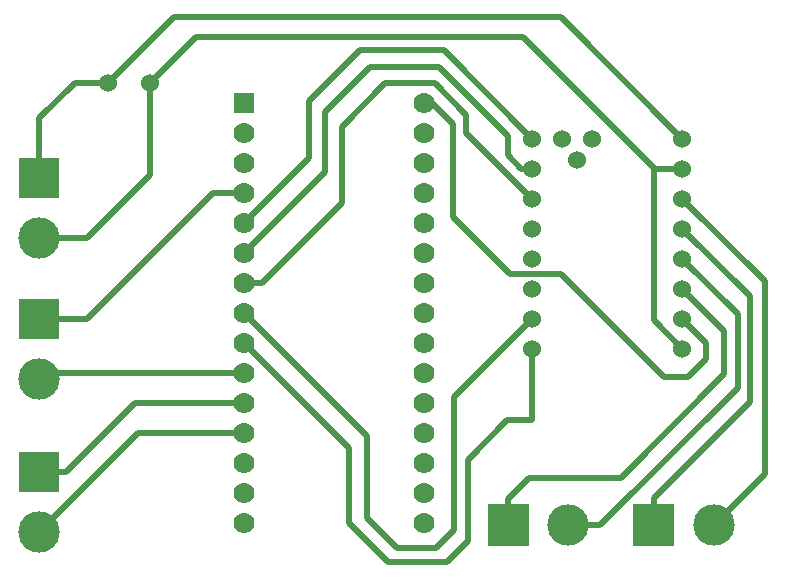
<source format=gbl>
G04 Layer: BottomLayer*
G04 EasyEDA v6.4.17, 2021-03-20T19:28:22--4:00*
G04 7650886d5ba747c7849dacbd900289a7,4cc6b0da07df45819412c628e5a569e9,10*
G04 Gerber Generator version 0.2*
G04 Scale: 100 percent, Rotated: No, Reflected: No *
G04 Dimensions in millimeters *
G04 leading zeros omitted , absolute positions ,4 integer and 5 decimal *
%FSLAX45Y45*%
%MOMM*%

%ADD11C,1.5240*%
%ADD12R,3.4999X3.4999*%
%ADD13C,3.4999*%
%ADD14R,1.7780X1.7780*%
%ADD15C,1.7780*%
%ADD16C,0.5000*%

%LPD*%
D16*
X3060700Y3670300D02*
G01*
X4102100Y2628900D01*
X4102100Y1930400D01*
X4356100Y1676400D01*
X4686300Y1676400D01*
X4838700Y1828800D01*
X4838700Y2958845D01*
X5499100Y3619500D01*
X5499100Y3365500D02*
G01*
X5499100Y2759455D01*
X5286756Y2759455D01*
X4953000Y2425700D01*
X4953000Y1739900D01*
X4775200Y1562100D01*
X4279900Y1562100D01*
X3949700Y1892300D01*
X3949700Y2527300D01*
X3060700Y3416300D01*
X6769100Y4381500D02*
G01*
X7340600Y3810000D01*
X7340600Y2910331D01*
X6527800Y2097531D01*
X6769100Y3619500D02*
G01*
X6972300Y3416300D01*
X6972300Y3276600D01*
X6819900Y3124200D01*
X6616700Y3124200D01*
X5740400Y4000500D01*
X5308600Y4000500D01*
X4826000Y4483100D01*
X4826000Y5270500D01*
X4648200Y5448300D01*
X4584700Y5448300D01*
X6769100Y3873500D02*
G01*
X7124700Y3517900D01*
X7124700Y3149600D01*
X6248400Y2273300D01*
X5473700Y2273300D01*
X5295900Y2095500D01*
X5295900Y1872487D01*
X6769100Y4127500D02*
G01*
X7239000Y3657600D01*
X7239000Y3035300D01*
X6075934Y1872487D01*
X5803900Y1872487D01*
X6769100Y4635500D02*
G01*
X7467600Y3937000D01*
X7467600Y2303271D01*
X7035800Y1872487D01*
X6642100Y4889500D02*
G01*
X6527800Y4889500D01*
X6527800Y3606800D01*
X6769100Y3365500D01*
X2260600Y5613400D02*
G01*
X2654300Y6007100D01*
X5422900Y6007100D01*
X6540500Y4889500D01*
X6642100Y4889500D01*
X5295900Y5000122D02*
G01*
X5295900Y5168900D01*
X4711700Y5753100D01*
X4127500Y5753100D01*
X3746500Y5372100D01*
X3746500Y4864100D01*
X3060700Y4178300D01*
X5499100Y4889500D02*
G01*
X5406522Y4889500D01*
X5295900Y5000122D01*
X3060700Y3924300D02*
G01*
X3213100Y3924300D01*
X3886200Y4597400D01*
X3886200Y5245100D01*
X4254500Y5613400D01*
X4673600Y5613400D01*
X4940300Y5346700D01*
X4940300Y5194300D01*
X5499100Y4635500D01*
X3060700Y4432300D02*
G01*
X3606800Y4978400D01*
X3606800Y5461000D01*
X4038600Y5892800D01*
X4749800Y5892800D01*
X5499100Y5143500D01*
X1905000Y5613400D02*
G01*
X2463800Y6172200D01*
X5740400Y6172200D01*
X6769100Y5143500D01*
X1326387Y5038344D02*
G01*
X1326387Y5314187D01*
X1625600Y5613400D01*
X1905000Y5613400D01*
X1326387Y4305300D02*
G01*
X1727200Y4305300D01*
X2260600Y4838700D01*
X2260600Y5613400D01*
X3060700Y4686300D02*
G01*
X2794000Y4686300D01*
X1727200Y3619500D01*
X1326387Y3619500D01*
X6769100Y4889500D02*
G01*
X6642100Y4889500D01*
X6527800Y1872487D02*
G01*
X6527800Y2097531D01*
X1326387Y4813300D02*
G01*
X1326387Y5038344D01*
X3060700Y2908300D02*
G01*
X2135631Y2908300D01*
X1551431Y2324100D01*
X1326387Y2324100D02*
G01*
X1551431Y2324100D01*
X3060700Y2654300D02*
G01*
X2164588Y2654300D01*
X1326387Y1816100D01*
X3060700Y3162300D02*
G01*
X1377187Y3162300D01*
X1326387Y3111500D01*
D11*
G01*
X6769100Y3365500D03*
G01*
X6769100Y3619500D03*
G01*
X6769100Y3873500D03*
G01*
X6769100Y4127500D03*
G01*
X6769100Y4381500D03*
G01*
X6769100Y4635500D03*
G01*
X6769100Y4889500D03*
G01*
X6769100Y5143500D03*
G01*
X5499100Y5143500D03*
G01*
X5499100Y4889500D03*
G01*
X5499100Y4635500D03*
G01*
X5499100Y4381500D03*
G01*
X5499100Y4127500D03*
G01*
X5499100Y3873500D03*
G01*
X5499100Y3619500D03*
G01*
X5499100Y3365500D03*
G01*
X6007100Y5143500D03*
G01*
X5753100Y5143500D03*
G01*
X5880100Y4965700D03*
G01*
X1905000Y5613400D03*
G01*
X2260600Y5613400D03*
D12*
G01*
X1326311Y4813300D03*
D13*
G01*
X1326286Y4305300D03*
D12*
G01*
X1326311Y2324100D03*
D13*
G01*
X1326286Y1816100D03*
D12*
G01*
X1326311Y3619500D03*
D13*
G01*
X1326286Y3111500D03*
G36*
X5120893Y2047392D02*
G01*
X5470906Y2047392D01*
X5470906Y1697405D01*
X5120893Y1697405D01*
G37*
G01*
X5803900Y1872386D03*
D14*
G01*
X3060700Y5448300D03*
D15*
G01*
X3060700Y5194300D03*
G01*
X3060700Y4940300D03*
G01*
X3060700Y4686300D03*
G01*
X3060700Y4432300D03*
G01*
X3060700Y4178300D03*
G01*
X3060700Y3924300D03*
G01*
X3060700Y3670300D03*
G01*
X3060700Y3416300D03*
G01*
X3060700Y3162300D03*
G01*
X3060700Y2908300D03*
G01*
X3060700Y2654300D03*
G01*
X3060700Y2400300D03*
G01*
X3060700Y2146300D03*
G01*
X3060700Y1892300D03*
G01*
X4584700Y5448300D03*
G01*
X4584700Y5194300D03*
G01*
X4584700Y4940300D03*
G01*
X4584700Y4686300D03*
G01*
X4584700Y4432300D03*
G01*
X4584700Y4178300D03*
G01*
X4584700Y3924300D03*
G01*
X4584700Y3670300D03*
G01*
X4584700Y3416300D03*
G01*
X4584700Y3162300D03*
G01*
X4584700Y2908300D03*
G01*
X4584700Y2654300D03*
G01*
X4584700Y2400300D03*
G01*
X4584700Y2146300D03*
G01*
X4584700Y1892300D03*
G36*
X6352793Y2047392D02*
G01*
X6702806Y2047392D01*
X6702806Y1697405D01*
X6352793Y1697405D01*
G37*
D13*
G01*
X7035800Y1872386D03*
M02*

</source>
